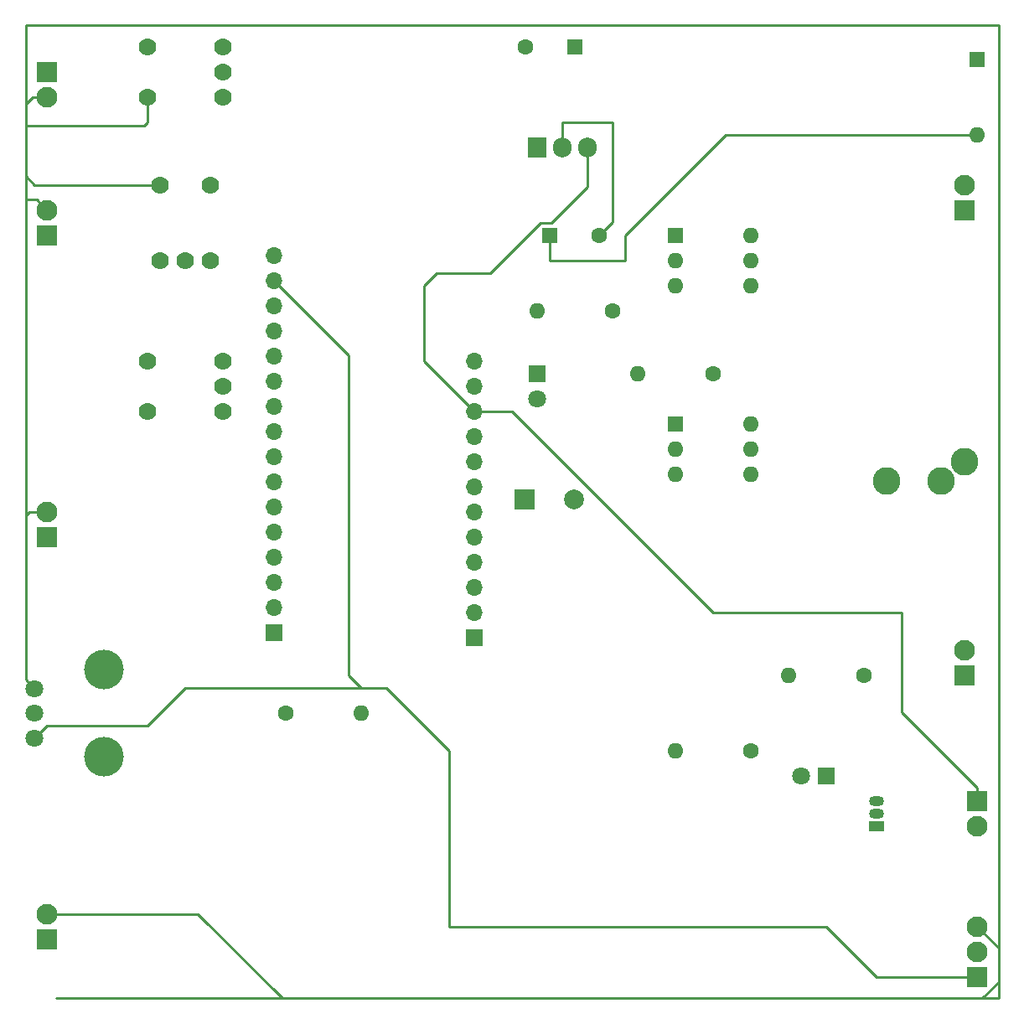
<source format=gbr>
G04 #@! TF.GenerationSoftware,KiCad,Pcbnew,(5.1.4)-1*
G04 #@! TF.CreationDate,2019-12-24T21:54:54-05:00*
G04 #@! TF.ProjectId,CameraTrigger,43616d65-7261-4547-9269-676765722e6b,rev?*
G04 #@! TF.SameCoordinates,Original*
G04 #@! TF.FileFunction,Copper,L2,Bot*
G04 #@! TF.FilePolarity,Positive*
%FSLAX46Y46*%
G04 Gerber Fmt 4.6, Leading zero omitted, Abs format (unit mm)*
G04 Created by KiCad (PCBNEW (5.1.4)-1) date 2019-12-24 21:54:54*
%MOMM*%
%LPD*%
G04 APERTURE LIST*
%ADD10C,4.000000*%
%ADD11C,1.800000*%
%ADD12O,1.600000X1.600000*%
%ADD13R,1.600000X1.600000*%
%ADD14O,1.905000X2.000000*%
%ADD15R,1.905000X2.000000*%
%ADD16C,1.778000*%
%ADD17C,1.600000*%
%ADD18R,1.500000X1.050000*%
%ADD19O,1.500000X1.050000*%
%ADD20C,2.100000*%
%ADD21R,2.100000X2.100000*%
%ADD22O,1.700000X1.700000*%
%ADD23R,1.700000X1.700000*%
%ADD24C,2.800000*%
%ADD25R,1.800000X1.800000*%
%ADD26C,2.000000*%
%ADD27R,2.000000X2.000000*%
%ADD28C,0.250000*%
G04 APERTURE END LIST*
D10*
X42560000Y-158110000D03*
X42560000Y-149310000D03*
D11*
X35560000Y-156210000D03*
X35560000Y-153710000D03*
X35560000Y-151210000D03*
D12*
X107950000Y-105410000D03*
X100330000Y-110490000D03*
X107950000Y-107950000D03*
X100330000Y-107950000D03*
X107950000Y-110490000D03*
D13*
X100330000Y-105410000D03*
D12*
X107950000Y-124460000D03*
X100330000Y-129540000D03*
X107950000Y-127000000D03*
X100330000Y-127000000D03*
X107950000Y-129540000D03*
D13*
X100330000Y-124460000D03*
D14*
X91440000Y-96520000D03*
X88900000Y-96520000D03*
D15*
X86360000Y-96520000D03*
D16*
X48260000Y-107950000D03*
X50800000Y-107950000D03*
X53340000Y-107950000D03*
X53340000Y-100330000D03*
X48260000Y-100330000D03*
X54610000Y-123190000D03*
X54610000Y-120650000D03*
X54610000Y-118110000D03*
X46990000Y-118110000D03*
X46990000Y-123190000D03*
X54610000Y-91440000D03*
X54610000Y-88900000D03*
X54610000Y-86360000D03*
X46990000Y-86360000D03*
X46990000Y-91440000D03*
D12*
X130810000Y-95250000D03*
D13*
X130810000Y-87630000D03*
D12*
X86360000Y-113030000D03*
D17*
X93980000Y-113030000D03*
D12*
X68580000Y-153670000D03*
D17*
X60960000Y-153670000D03*
D12*
X111760000Y-149860000D03*
D17*
X119380000Y-149860000D03*
D12*
X96520000Y-119380000D03*
D17*
X104140000Y-119380000D03*
D12*
X100330000Y-157480000D03*
D17*
X107950000Y-157480000D03*
D18*
X120650000Y-165100000D03*
D19*
X120650000Y-162560000D03*
X120650000Y-163830000D03*
D20*
X36830000Y-173990000D03*
D21*
X36830000Y-176530000D03*
D22*
X80010000Y-118110000D03*
X80010000Y-120650000D03*
X80010000Y-123190000D03*
X80010000Y-125730000D03*
X80010000Y-128270000D03*
X80010000Y-130810000D03*
X80010000Y-133350000D03*
X80010000Y-135890000D03*
X80010000Y-138430000D03*
X80010000Y-140970000D03*
X80010000Y-143510000D03*
D23*
X80010000Y-146050000D03*
D22*
X59721569Y-107420000D03*
X59721569Y-109960000D03*
X59721569Y-112500000D03*
X59721569Y-115040000D03*
X59721569Y-117580000D03*
X59721569Y-120120000D03*
X59721569Y-122660000D03*
X59721569Y-125200000D03*
X59721569Y-127740000D03*
X59721569Y-130280000D03*
X59721569Y-132820000D03*
X59721569Y-135360000D03*
X59721569Y-137900000D03*
X59721569Y-140440000D03*
X59721569Y-142980000D03*
D23*
X59721569Y-145520000D03*
D20*
X36830000Y-102870000D03*
D21*
X36830000Y-105410000D03*
D20*
X36830000Y-91440000D03*
D21*
X36830000Y-88900000D03*
D20*
X130810000Y-175260000D03*
X130810000Y-177800000D03*
D21*
X130810000Y-180340000D03*
D20*
X130810000Y-165100000D03*
D21*
X130810000Y-162560000D03*
D20*
X36830000Y-133350000D03*
D21*
X36830000Y-135890000D03*
D20*
X129540000Y-147320000D03*
D21*
X129540000Y-149860000D03*
D24*
X121640000Y-130270000D03*
X127140000Y-130270000D03*
X129540000Y-128270000D03*
D20*
X129540000Y-100330000D03*
D21*
X129540000Y-102870000D03*
D11*
X86360000Y-121920000D03*
D25*
X86360000Y-119380000D03*
D11*
X113030000Y-160020000D03*
D25*
X115570000Y-160020000D03*
D17*
X85170000Y-86360000D03*
D13*
X90170000Y-86360000D03*
D17*
X92630000Y-105410000D03*
D13*
X87630000Y-105410000D03*
D26*
X90090000Y-132080000D03*
D27*
X85090000Y-132080000D03*
D28*
X93980000Y-104060000D02*
X92630000Y-105410000D01*
X93980000Y-93980000D02*
X93980000Y-104060000D01*
X88900000Y-96520000D02*
X88900000Y-93980000D01*
X88900000Y-93980000D02*
X93980000Y-93980000D01*
X35560000Y-151210000D02*
X35480000Y-151210000D01*
X131330012Y-182504990D02*
X60584990Y-182504990D01*
X132974990Y-180860012D02*
X131330012Y-182504990D01*
X130810000Y-175260000D02*
X132974990Y-177424990D01*
X132974990Y-177424990D02*
X132974990Y-180860012D01*
X52070000Y-173990000D02*
X36830000Y-173990000D01*
X60584990Y-182504990D02*
X52070000Y-173990000D01*
X132974990Y-182504990D02*
X37724990Y-182504990D01*
X132974990Y-84195010D02*
X132974990Y-182504990D01*
X34665010Y-84195010D02*
X132974990Y-84195010D01*
X35560000Y-151210000D02*
X34665010Y-150315010D01*
X35040020Y-133350000D02*
X34665010Y-133725010D01*
X36830000Y-133350000D02*
X35040020Y-133350000D01*
X34665010Y-150315010D02*
X34665010Y-133725010D01*
X34820019Y-101820001D02*
X34665010Y-101975010D01*
X35780001Y-101820001D02*
X34820019Y-101820001D01*
X36830000Y-102870000D02*
X35780001Y-101820001D01*
X34665010Y-133725010D02*
X34665010Y-101975010D01*
X35560000Y-100330000D02*
X34665010Y-99435010D01*
X48260000Y-100330000D02*
X35560000Y-100330000D01*
X34665010Y-101975010D02*
X34665010Y-99435010D01*
X36830000Y-91440000D02*
X35345076Y-91440000D01*
X34665010Y-92120066D02*
X34665010Y-92334990D01*
X35345076Y-91440000D02*
X34665010Y-92120066D01*
X34665010Y-92334990D02*
X34665010Y-84195010D01*
X34665010Y-94355010D02*
X46614990Y-94355010D01*
X34665010Y-94355010D02*
X34665010Y-92334990D01*
X34665010Y-99435010D02*
X34665010Y-94355010D01*
X46990000Y-93980000D02*
X46990000Y-91440000D01*
X46614990Y-94355010D02*
X46990000Y-93980000D01*
X87630000Y-105410000D02*
X87630000Y-107950000D01*
X87630000Y-107950000D02*
X95250000Y-107950000D01*
X95250000Y-107950000D02*
X95250000Y-105410000D01*
X105410000Y-95250000D02*
X130810000Y-95250000D01*
X95250000Y-105410000D02*
X105410000Y-95250000D01*
X36830000Y-154940000D02*
X46990000Y-154940000D01*
X35560000Y-156210000D02*
X36830000Y-154940000D01*
X46990000Y-154940000D02*
X50800000Y-151130000D01*
X50800000Y-151130000D02*
X68580000Y-151130000D01*
X68580000Y-151130000D02*
X67310000Y-149860000D01*
X67310000Y-117548431D02*
X59721569Y-109960000D01*
X67310000Y-149860000D02*
X67310000Y-117548431D01*
X68580000Y-151130000D02*
X71120000Y-151130000D01*
X71120000Y-151130000D02*
X77470000Y-157480000D01*
X77470000Y-157480000D02*
X77470000Y-175260000D01*
X77470000Y-175260000D02*
X115570000Y-175260000D01*
X120650000Y-180340000D02*
X130810000Y-180340000D01*
X115570000Y-175260000D02*
X120650000Y-180340000D01*
X91440000Y-96520000D02*
X91440000Y-100474999D01*
X91440000Y-100474999D02*
X87774999Y-104140000D01*
X86714998Y-104140000D02*
X81634998Y-109220000D01*
X87774999Y-104140000D02*
X86714998Y-104140000D01*
X81634998Y-109220000D02*
X76200000Y-109220000D01*
X76200000Y-109220000D02*
X74930000Y-110490000D01*
X74930000Y-118110000D02*
X80010000Y-123190000D01*
X74930000Y-110490000D02*
X74930000Y-118110000D01*
X80010000Y-123190000D02*
X83820000Y-123190000D01*
X83820000Y-123190000D02*
X104140000Y-143510000D01*
X104140000Y-143510000D02*
X123190000Y-143510000D01*
X130810000Y-161260000D02*
X130810000Y-162560000D01*
X123190000Y-153640000D02*
X130810000Y-161260000D01*
X123190000Y-143510000D02*
X123190000Y-153640000D01*
M02*

</source>
